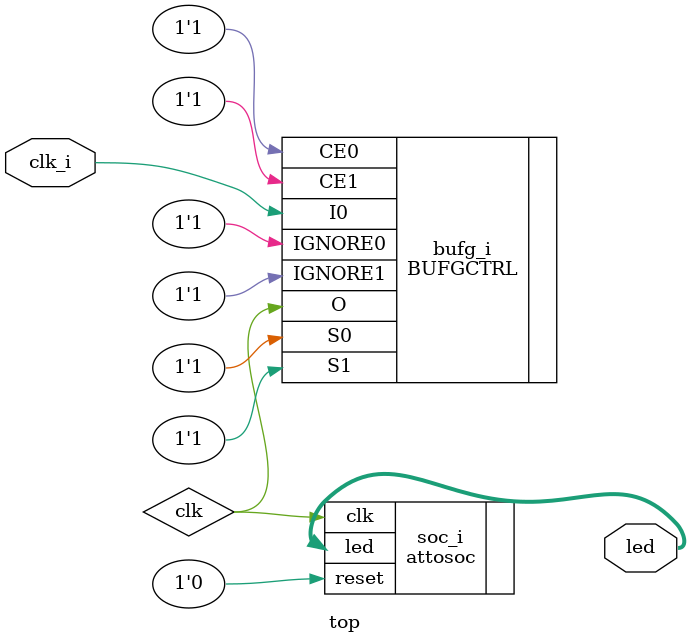
<source format=v>
module top(input clk_i, output [7:0] led);

	BUFGCTRL #(
		.IS_CE1_INVERTED(1'b1),
		.IS_IGNORE0_INVERTED(1'b1),
		.IS_IGNORE1_INVERTED(1'b1),
		.IS_S1_INVERTED(1'b1)
	) bufg_i (
		.I0(clk_i),
		.CE0(1'b1),
		.CE1(1'b1),
		.IGNORE0(1'b1),
		.IGNORE1(1'b1),
		.S0(1'b1),
		.S1(1'b1),
		.O(clk)
	);

	attosoc soc_i(
		.clk(clk),
		.reset(1'b0),
		.led(led)
	);

endmodule
</source>
